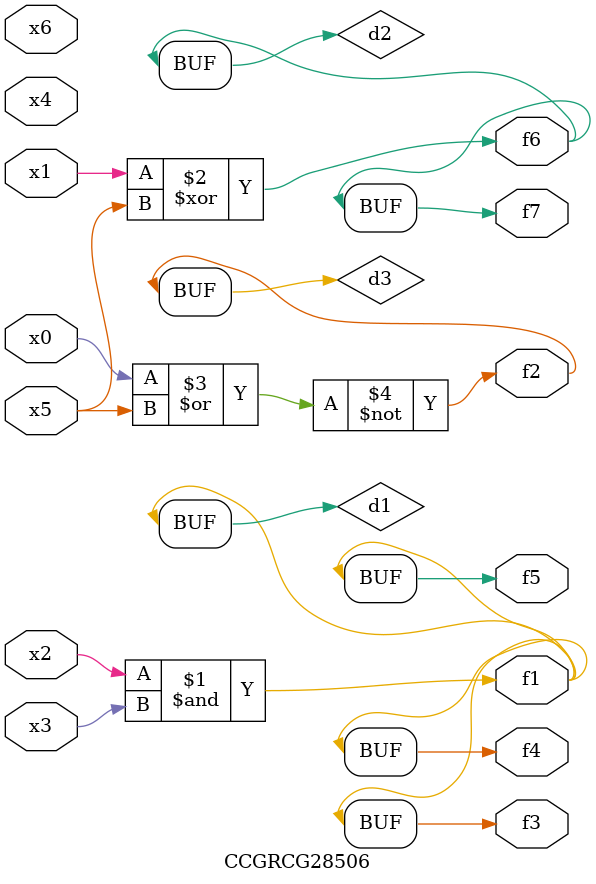
<source format=v>
module CCGRCG28506(
	input x0, x1, x2, x3, x4, x5, x6,
	output f1, f2, f3, f4, f5, f6, f7
);

	wire d1, d2, d3;

	and (d1, x2, x3);
	xor (d2, x1, x5);
	nor (d3, x0, x5);
	assign f1 = d1;
	assign f2 = d3;
	assign f3 = d1;
	assign f4 = d1;
	assign f5 = d1;
	assign f6 = d2;
	assign f7 = d2;
endmodule

</source>
